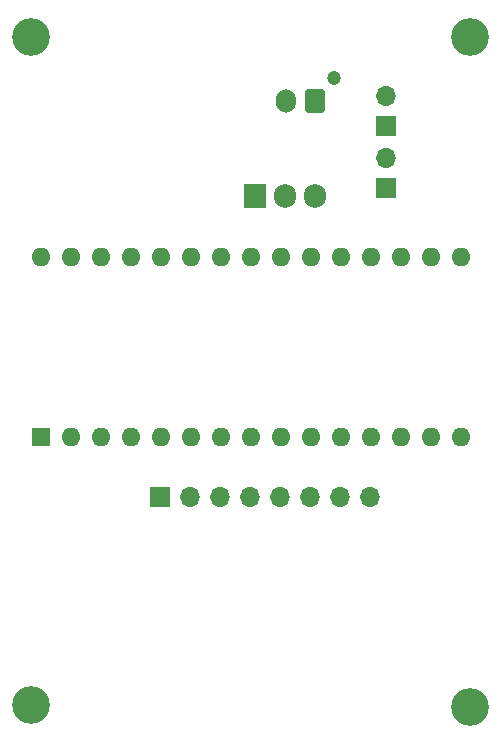
<source format=gbr>
%TF.GenerationSoftware,KiCad,Pcbnew,8.0.5*%
%TF.CreationDate,2024-11-28T22:16:39+01:00*%
%TF.ProjectId,hotendheater,686f7465-6e64-4686-9561-7465722e6b69,rev?*%
%TF.SameCoordinates,Original*%
%TF.FileFunction,Soldermask,Bot*%
%TF.FilePolarity,Negative*%
%FSLAX46Y46*%
G04 Gerber Fmt 4.6, Leading zero omitted, Abs format (unit mm)*
G04 Created by KiCad (PCBNEW 8.0.5) date 2024-11-28 22:16:39*
%MOMM*%
%LPD*%
G01*
G04 APERTURE LIST*
G04 Aperture macros list*
%AMRoundRect*
0 Rectangle with rounded corners*
0 $1 Rounding radius*
0 $2 $3 $4 $5 $6 $7 $8 $9 X,Y pos of 4 corners*
0 Add a 4 corners polygon primitive as box body*
4,1,4,$2,$3,$4,$5,$6,$7,$8,$9,$2,$3,0*
0 Add four circle primitives for the rounded corners*
1,1,$1+$1,$2,$3*
1,1,$1+$1,$4,$5*
1,1,$1+$1,$6,$7*
1,1,$1+$1,$8,$9*
0 Add four rect primitives between the rounded corners*
20,1,$1+$1,$2,$3,$4,$5,0*
20,1,$1+$1,$4,$5,$6,$7,0*
20,1,$1+$1,$6,$7,$8,$9,0*
20,1,$1+$1,$8,$9,$2,$3,0*%
G04 Aperture macros list end*
%ADD10C,3.200000*%
%ADD11R,1.700000X1.700000*%
%ADD12O,1.700000X1.700000*%
%ADD13R,1.905000X2.000000*%
%ADD14O,1.905000X2.000000*%
%ADD15C,1.200000*%
%ADD16RoundRect,0.250000X0.600000X0.750000X-0.600000X0.750000X-0.600000X-0.750000X0.600000X-0.750000X0*%
%ADD17O,1.700000X2.000000*%
%ADD18R,1.600000X1.600000*%
%ADD19O,1.600000X1.600000*%
G04 APERTURE END LIST*
D10*
%TO.C,H4*%
X147600000Y-121800000D03*
%TD*%
%TO.C,H3*%
X147600000Y-65000000D03*
%TD*%
%TO.C,H2*%
X110400000Y-121600000D03*
%TD*%
%TO.C,H1*%
X110400000Y-65000000D03*
%TD*%
D11*
%TO.C,J5*%
X140500000Y-72540000D03*
D12*
X140500000Y-70000000D03*
%TD*%
D11*
%TO.C,J4*%
X140500000Y-77790000D03*
D12*
X140500000Y-75250000D03*
%TD*%
D13*
%TO.C,Q1*%
X129420000Y-78500000D03*
D14*
X131960000Y-78500000D03*
X134500000Y-78500000D03*
%TD*%
D11*
%TO.C,J3*%
X121340000Y-104000000D03*
D12*
X123880000Y-104000000D03*
X126420000Y-104000000D03*
X128960000Y-104000000D03*
X131500000Y-104000000D03*
X134040000Y-104000000D03*
X136580000Y-104000000D03*
X139120000Y-104000000D03*
%TD*%
D15*
%TO.C,J1*%
X136100000Y-68500000D03*
D16*
X134500000Y-70500000D03*
D17*
X132000000Y-70500000D03*
%TD*%
D18*
%TO.C,A1*%
X111252000Y-98933000D03*
D19*
X113792000Y-98933000D03*
X116332000Y-98933000D03*
X118872000Y-98933000D03*
X121412000Y-98933000D03*
X123952000Y-98933000D03*
X126492000Y-98933000D03*
X129032000Y-98933000D03*
X131572000Y-98933000D03*
X134112000Y-98933000D03*
X136652000Y-98933000D03*
X139192000Y-98933000D03*
X141732000Y-98933000D03*
X144272000Y-98933000D03*
X146812000Y-98933000D03*
X146812000Y-83693000D03*
X144272000Y-83693000D03*
X141732000Y-83693000D03*
X139192000Y-83693000D03*
X136652000Y-83693000D03*
X134112000Y-83693000D03*
X131572000Y-83693000D03*
X129032000Y-83693000D03*
X126492000Y-83693000D03*
X123952000Y-83693000D03*
X121412000Y-83693000D03*
X118872000Y-83693000D03*
X116332000Y-83693000D03*
X113792000Y-83693000D03*
X111252000Y-83693000D03*
%TD*%
M02*

</source>
